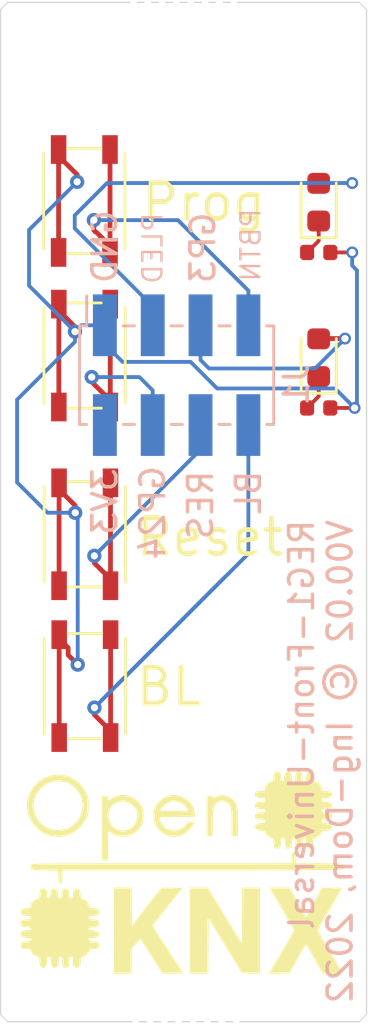
<source format=kicad_pcb>
(kicad_pcb (version 20221018) (generator pcbnew)
  (title_block (title "REG1-Front-Universal") (date "2022-10-21") (rev "V00.01"))
  (layers (0 "F.Cu" signal) (31 "B.Cu" signal) (34 "B.Paste" user) (35 "F.Paste" user) (36 "B.SilkS" user "B.Silkscreen") (37 "F.SilkS" user "F.Silkscreen") (38 "B.Mask" user) (39 "F.Mask" user) (44 "Edge.Cuts" user))
  (net 0 "")
  (net 1 "GND")
  (net 2 "+3V3")
  (net 3 "RUN")
  (net 4 "PROGLED")
  (net 5 "PROGBTN")
  (net 6 "GPIO24")
  (net 7 "GPIO03")
  (net 8 "BOOTSEL_F")
  (net 9 "Net-(D1-Pad1)")
  (net 10 "Net-(D2-Pad1)")
  (footprint "sirsydom:SW_Push_Xunpu_TS-1089S" (layer "F.Cu") (at 101.7 117.7 -90)
    (fp_text reference "SW1")
    (fp_text value "Prog")
    (fp_line (start -2.2 -0.7) (end -2.2 0.7) (stroke (width 0.12)) (layer "F.SilkS"))
    (fp_line (start -2 -1.7) (end 2 -1.7) (stroke (width 0.12)) (layer "F.SilkS"))
    (fp_line (start -2 1.7) (end 2 1.7) (stroke (width 0.12)) (layer "F.SilkS"))
    (fp_line (start 2.2 -0.7) (end 2.2 0.7) (stroke (width 0.12)) (layer "F.SilkS"))
    (pad "1" smd rect (at -2.15 -1.075 270) (size 1.2 0.65) (layers "F.Cu" "F.Paste" "F.Mask") (net 5 "PROGBTN"))
    (pad "1" smd rect (at 2.15 -1.075 270) (size 1.2 0.65) (layers "F.Cu" "F.Paste" "F.Mask") (net 5 "PROGBTN"))
    (pad "2" smd rect (at -2.15 1.075 270) (size 1.2 0.65) (layers "F.Cu" "F.Paste" "F.Mask") (net 1 "GND"))
    (pad "2" smd rect (at 2.15 1.075 270) (size 1.2 0.65) (layers "F.Cu" "F.Paste" "F.Mask") (net 1 "GND"))
  )
  (footprint "LED_SMD:LED_0603_1608Metric" (layer "F.Cu") (at 111.5 124.25 90)
    (fp_text reference "D2")
    (fp_text value "Func")
    (fp_line (start -1.485 -0.735) (end -1.485 0.735) (stroke (width 0.12)) (layer "F.SilkS"))
    (fp_line (start -1.485 0.735) (end 0.8 0.735) (stroke (width 0.12)) (layer "F.SilkS"))
    (fp_line (start 0.8 -0.735) (end -1.485 -0.735) (stroke (width 0.12)) (layer "F.SilkS"))
    (pad "1" smd roundrect (at -0.7875 0 90) (size 0.875 0.95) (layers "F.Cu" "F.Paste" "F.Mask") (net 10 "Net-(D2-Pad1)"))
    (pad "2" smd roundrect (at 0.7875 0 90) (size 0.875 0.95) (layers "F.Cu" "F.Paste" "F.Mask") (net 7 "GPIO03"))
  )
  (footprint "Resistor_SMD:R_0402_1005Metric" (layer "F.Cu") (at 111.5 119.85 180)
    (fp_text reference "R1")
    (fp_text value "R")
    (pad "1" smd roundrect (at -0.485 0 180) (size 0.59 0.64) (layers "F.Cu" "F.Paste" "F.Mask") (net 1 "GND"))
    (pad "2" smd roundrect (at 0.485 0 180) (size 0.59 0.64) (layers "F.Cu" "F.Paste" "F.Mask") (net 9 "Net-(D1-Pad1)"))
  )
  (footprint "Resistor_SMD:R_0402_1005Metric" (layer "F.Cu") (at 111.5 126.35 180)
    (fp_text reference "R2")
    (fp_text value "R")
    (pad "1" smd roundrect (at -0.485 0 180) (size 0.59 0.64) (layers "F.Cu" "F.Paste" "F.Mask") (net 1 "GND"))
    (pad "2" smd roundrect (at 0.485 0 180) (size 0.59 0.64) (layers "F.Cu" "F.Paste" "F.Mask") (net 10 "Net-(D2-Pad1)"))
  )
  (footprint "sirsydom:SW_Push_Xunpu_TS-1089S" (layer "F.Cu") (at 101.71 124.16 -90)
    (fp_text reference "SW2")
    (fp_text value "Func")
    (fp_line (start -2.2 -0.7) (end -2.2 0.7) (stroke (width 0.12)) (layer "F.SilkS"))
    (fp_line (start -2 -1.7) (end 2 -1.7) (stroke (width 0.12)) (layer "F.SilkS"))
    (fp_line (start -2 1.7) (end 2 1.7) (stroke (width 0.12)) (layer "F.SilkS"))
    (fp_line (start 2.2 -0.7) (end 2.2 0.7) (stroke (width 0.12)) (layer "F.SilkS"))
    (pad "1" smd rect (at -2.15 -1.075 270) (size 1.2 0.65) (layers "F.Cu" "F.Paste" "F.Mask") (net 6 "GPIO24"))
    (pad "1" smd rect (at 2.15 -1.075 270) (size 1.2 0.65) (layers "F.Cu" "F.Paste" "F.Mask") (net 6 "GPIO24"))
    (pad "2" smd rect (at -2.15 1.075 270) (size 1.2 0.65) (layers "F.Cu" "F.Paste" "F.Mask") (net 1 "GND"))
    (pad "2" smd rect (at 2.15 1.075 270) (size 1.2 0.65) (layers "F.Cu" "F.Paste" "F.Mask") (net 1 "GND"))
  )
  (footprint "sirsydom:SW_Push_Xunpu_TS-1089S" (layer "F.Cu") (at 101.72 131.63 -90)
    (fp_text reference "SW3")
    (fp_text value "Res")
    (fp_line (start -2.2 -0.7) (end -2.2 0.7) (stroke (width 0.12)) (layer "F.SilkS"))
    (fp_line (start -2 -1.7) (end 2 -1.7) (stroke (width 0.12)) (layer "F.SilkS"))
    (fp_line (start -2 1.7) (end 2 1.7) (stroke (width 0.12)) (layer "F.SilkS"))
    (fp_line (start 2.2 -0.7) (end 2.2 0.7) (stroke (width 0.12)) (layer "F.SilkS"))
    (pad "1" smd rect (at -2.15 -1.075 270) (size 1.2 0.65) (layers "F.Cu" "F.Paste" "F.Mask") (net 3 "RUN"))
    (pad "1" smd rect (at 2.15 -1.075 270) (size 1.2 0.65) (layers "F.Cu" "F.Paste" "F.Mask") (net 3 "RUN"))
    (pad "2" smd rect (at -2.15 1.075 270) (size 1.2 0.65) (layers "F.Cu" "F.Paste" "F.Mask") (net 1 "GND"))
    (pad "2" smd rect (at 2.15 1.075 270) (size 1.2 0.65) (layers "F.Cu" "F.Paste" "F.Mask") (net 1 "GND"))
  )
  (footprint "sirsydom:SW_Push_Xunpu_TS-1089S" (layer "F.Cu") (at 101.725 137.975 -90)
    (fp_text reference "SW4")
    (fp_text value "BL")
    (fp_line (start -2.2 -0.7) (end -2.2 0.7) (stroke (width 0.12)) (layer "F.SilkS"))
    (fp_line (start -2 -1.7) (end 2 -1.7) (stroke (width 0.12)) (layer "F.SilkS"))
    (fp_line (start -2 1.7) (end 2 1.7) (stroke (width 0.12)) (layer "F.SilkS"))
    (fp_line (start 2.2 -0.7) (end 2.2 0.7) (stroke (width 0.12)) (layer "F.SilkS"))
    (pad "1" smd rect (at -2.15 -1.075 270) (size 1.2 0.65) (layers "F.Cu" "F.Paste" "F.Mask") (net 8 "BOOTSEL_F"))
    (pad "1" smd rect (at 2.15 -1.075 270) (size 1.2 0.65) (layers "F.Cu" "F.Paste" "F.Mask") (net 8 "BOOTSEL_F"))
    (pad "2" smd rect (at -2.15 1.075 270) (size 1.2 0.65) (layers "F.Cu" "F.Paste" "F.Mask") (net 1 "GND"))
    (pad "2" smd rect (at 2.15 1.075 270) (size 1.2 0.65) (layers "F.Cu" "F.Paste" "F.Mask") (net 1 "GND"))
  )
  (footprint "LED_SMD:LED_0603_1608Metric" (layer "F.Cu") (at 111.5 117.75 90)
    (fp_text reference "D1")
    (fp_text value "Prog")
    (fp_line (start -1.485 -0.735) (end -1.485 0.735) (stroke (width 0.12)) (layer "F.SilkS"))
    (fp_line (start -1.485 0.735) (end 0.8 0.735) (stroke (width 0.12)) (layer "F.SilkS"))
    (fp_line (start 0.8 -0.735) (end -1.485 -0.735) (stroke (width 0.12)) (layer "F.SilkS"))
    (pad "1" smd roundrect (at -0.7875 0 90) (size 0.875 0.95) (layers "F.Cu" "F.Paste" "F.Mask") (net 9 "Net-(D1-Pad1)"))
    (pad "2" smd roundrect (at 0.7875 0 90) (size 0.875 0.95) (layers "F.Cu" "F.Paste" "F.Mask") (net 4 "PROGLED"))
  )
  (footprint "OpenKNX:OpenKNX_Logo_14x09" (layer "F.Cu") (at 105.8 146.4)
    (fp_text reference "G***" hide)
    (fp_text value "LOGO" hide)
    (fp_poly (pts (xy 1.77839 1.173301) (xy 2.492375 2.346603) (xy 2.500698 1.173301) (xy 2.509022 0) (xy 3.2385 0) (xy 3.2385 3.589765) (xy 2.866609 3.58082) (xy 2.494719 3.571875) (xy 1.095375 1.277711) (xy 1.087046 2.43273) (xy 1.078717 3.58775) (xy 0.3175 3.58775) (xy 0.3175 0) (xy 1.064405 0) (xy 1.77839 1.173301)) (stroke (width 0.01)) (fill solid) (layer "F.SilkS"))
    (fp_poly (pts (xy 1.735464 -3.86646) (xy 1.92589 -3.822647) (xy 2.0822 -3.725377) (xy 2.204987 -3.57424) (xy 2.234472 -3.520149) (xy 2.263618 -3.459306) (xy 2.285027 -3.403584) (xy 2.29989 -3.342042) (xy 2.3094 -3.26374) (xy 2.31475 -3.157737) (xy 2.317131 -3.013093) (xy 2.317736 -2.818865) (xy 2.31775 -2.756017) (xy 2.31775 -2.159) (xy 2.06375 -2.159) (xy 2.063572 -2.690813) (xy 2.061586 -2.929834) (xy 2.054733 -3.114695) (xy 2.041406 -3.254654) (xy 2.019996 -3.358965) (xy 1.988895 -3.436887) (xy 1.946496 -3.497675) (xy 1.918365 -3.526608) (xy 1.819605 -3.582632) (xy 1.692352 -3.607083) (xy 1.561563 -3.599274) (xy 1.452197 -3.558517) (xy 1.427701 -3.540125) (xy 1.374295 -3.485135) (xy 1.334252 -3.421997) (xy 1.305731 -3.341096) (xy 1.286894 -3.232812) (xy 1.2759 -3.087527) (xy 1.270909 -2.895623) (xy 1.27 -2.715645) (xy 1.27 -2.159) (xy 1.016 -2.159) (xy 1.016 -3.84175) (xy 1.143 -3.84175) (xy 1.229742 -3.834568) (xy 1.266504 -3.809795) (xy 1.27 -3.79148) (xy 1.28175 -3.754231) (xy 1.293812 -3.753466) (xy 1.44261 -3.822868) (xy 1.563401 -3.859579) (xy 1.678709 -3.869362) (xy 1.735464 -3.86646)) (stroke (width 0.01)) (fill solid) (layer "F.SilkS"))
    (fp_poly (pts (xy -2.111375 1.60184) (xy -1.985555 1.427982) (xy -1.894002 1.303512) (xy -1.782885 1.155661) (xy -1.658093 0.991942) (xy -1.525518 0.819866) (xy -1.391052 0.646948) (xy -1.260585 0.480699) (xy -1.140009 0.328632) (xy -1.035216 0.198259) (xy -0.952096 0.097094) (xy -0.89654 0.032648) (xy -0.875464 0.012378) (xy -0.831242 0.007704) (xy -0.736606 0.005036) (xy -0.604612 0.004526) (xy -0.448319 0.006331) (xy -0.41582 0.006971) (xy 0.006532 0.015875) (xy -0.603679 0.777875) (xy -0.755917 0.96862) (xy -0.895294 1.144475) (xy -1.016824 1.299054) (xy -1.115526 1.425973) (xy -1.186416 1.518846) (xy -1.224509 1.57129) (xy -1.229501 1.579651) (xy -1.216167 1.614386) (xy -1.171348 1.695761) (xy -1.098842 1.817618) (xy -1.00245 1.973803) (xy -0.88597 2.158159) (xy -0.753202 2.364532) (xy -0.607946 2.586766) (xy -0.606681 2.588686) (xy -0.461086 2.810121) (xy -0.327153 3.014577) (xy -0.208763 3.196072) (xy -0.109797 3.348623) (xy -0.034136 3.466247) (xy 0.014338 3.542961) (xy 0.031745 3.572782) (xy 0.03175 3.572848) (xy 0.001927 3.578291) (xy -0.079834 3.582843) (xy -0.201973 3.586103) (xy -0.352932 3.587669) (xy -0.397528 3.58775) (xy -0.826805 3.58775) (xy -1.046046 3.246437) (xy -1.152919 3.080087) (xy -1.277938 2.885537) (xy -1.404902 2.687997) (xy -1.50899 2.526083) (xy -1.752694 2.147041) (xy -2.124488 2.555875) (xy -2.125869 3.071812) (xy -2.12725 3.58775) (xy -2.8575 3.58775) (xy -2.8575 0) (xy -2.128341 0) (xy -2.111375 1.60184)) (stroke (width 0.01)) (fill solid) (layer "F.SilkS"))
    (fp_poly (pts (xy -2.198621 -3.829856) (xy -2.004309 -3.733122) (xy -1.836463 -3.588729) (xy -1.704548 -3.400379) (xy -1.674901 -3.339274) (xy -1.634775 -3.192296) (xy -1.622609 -3.014265) (xy -1.637582 -2.830731) (xy -1.678873 -2.667244) (xy -1.697942 -2.622442) (xy -1.822479 -2.433399) (xy -1.985456 -2.287936) (xy -2.176608 -2.188893) (xy -2.385668 -2.139109) (xy -2.60237 -2.141423) (xy -2.816448 -2.198673) (xy -2.960007 -2.273445) (xy -3.035168 -2.319542) (xy -3.085811 -2.346558) (xy -3.094945 -2.3495) (xy -3.1001 -2.319376) (xy -3.104601 -2.235505) (xy -3.108179 -2.107638) (xy -3.110567 -1.945526) (xy -3.111497 -1.758922) (xy -3.1115 -1.74625) (xy -3.1115 -1.143) (xy -3.3655 -1.143) (xy -3.3655 -2.965573) (xy -3.096878 -2.965573) (xy -3.057985 -2.790359) (xy -2.9685 -2.633717) (xy -2.834841 -2.506473) (xy -2.663424 -2.419455) (xy -2.642742 -2.412864) (xy -2.51931 -2.387218) (xy -2.400827 -2.393491) (xy -2.308945 -2.41491) (xy -2.14952 -2.489021) (xy -2.022645 -2.606194) (xy -1.932563 -2.753883) (xy -1.883518 -2.919543) (xy -1.879756 -3.090628) (xy -1.92552 -3.254592) (xy -1.989613 -3.358813) (xy -2.133421 -3.496303) (xy -2.295988 -3.580573) (xy -2.467108 -3.613593) (xy -2.636577 -3.597333) (xy -2.79419 -3.533763) (xy -2.929742 -3.424855) (xy -3.033028 -3.272578) (xy -3.078763 -3.148531) (xy -3.096878 -2.965573) (xy -3.3655 -2.965573) (xy -3.3655 -3.84175) (xy -3.2385 -3.84175) (xy -3.157067 -3.837989) (xy -3.120867 -3.817606) (xy -3.111701 -3.766954) (xy -3.1115 -3.7465) (xy -3.099465 -3.674008) (xy -3.06942 -3.651499) (xy -3.030457 -3.685702) (xy -3.030109 -3.686264) (xy -2.991008 -3.71822) (xy -2.913165 -3.763523) (xy -2.845672 -3.797078) (xy -2.62877 -3.865536) (xy -2.40993 -3.875228) (xy -2.198621 -3.829856)) (stroke (width 0.01)) (fill solid) (layer "F.SilkS"))
    (fp_poly (pts (xy -0.109061 -3.841617) (xy 0.080832 -3.763404) (xy 0.247788 -3.646503) (xy 0.382431 -3.496124) (xy 0.475384 -3.317482) (xy 0.517271 -3.115788) (xy 0.517991 -3.102279) (xy 0.523875 -2.968625) (xy -0.218163 -2.960093) (xy -0.9602 -2.951561) (xy -0.939707 -2.849097) (xy -0.893074 -2.73288) (xy -0.807326 -2.611172) (xy -0.700174 -2.506819) (xy -0.644752 -2.468666) (xy -0.551955 -2.429053) (xy -0.437339 -2.398667) (xy -0.405397 -2.393371) (xy -0.251921 -2.398222) (xy -0.093974 -2.445942) (xy 0.0473 -2.52699) (xy 0.150758 -2.631824) (xy 0.161933 -2.649391) (xy 0.211645 -2.72144) (xy 0.264888 -2.753938) (xy 0.349374 -2.762165) (xy 0.366609 -2.76225) (xy 0.504696 -2.76225) (xy 0.468727 -2.659063) (xy 0.407795 -2.549018) (xy 0.306144 -2.429302) (xy 0.181087 -2.316021) (xy 0.049935 -2.225286) (xy -0.045613 -2.180473) (xy -0.250912 -2.13594) (xy -0.4567 -2.136816) (xy -0.606988 -2.171084) (xy -0.830093 -2.279175) (xy -1.002613 -2.425034) (xy -1.123272 -2.606882) (xy -1.190797 -2.822942) (xy -1.205803 -3.007293) (xy -1.181449 -3.20675) (xy -0.922381 -3.20675) (xy -0.350066 -3.20675) (xy -0.167366 -3.208172) (xy -0.008788 -3.212123) (xy 0.115658 -3.218128) (xy 0.19596 -3.225716) (xy 0.22225 -3.233805) (xy 0.198138 -3.299458) (xy 0.135991 -3.38275) (xy 0.051089 -3.466831) (xy -0.041289 -3.534848) (xy -0.060557 -3.545698) (xy -0.236843 -3.605524) (xy -0.418206 -3.609055) (xy -0.591487 -3.560347) (xy -0.743526 -3.463457) (xy -0.861167 -3.322439) (xy -0.876958 -3.294063) (xy -0.922381 -3.20675) (xy -1.181449 -3.20675) (xy -1.176635 -3.246173) (xy -1.092155 -3.455055) (xy -0.954441 -3.630564) (xy -0.765572 -3.769324) (xy -0.722602 -3.79199) (xy -0.520154 -3.861122) (xy -0.312515 -3.875927) (xy -0.109061 -3.841617)) (stroke (width 0.01)) (fill solid) (layer "F.SilkS"))
    (fp_poly (pts (xy -5.021791 -4.714776) (xy -4.786603 -4.663415) (xy -4.563189 -4.56677) (xy -4.358602 -4.42374) (xy -4.179896 -4.233225) (xy -4.040897 -4.008011) (xy -3.987217 -3.896278) (xy -3.952566 -3.809027) (xy -3.932788 -3.726159) (xy -3.923726 -3.627578) (xy -3.921222 -3.493186) (xy -3.921125 -3.429001) (xy -3.922234 -3.275865) (xy -3.928332 -3.166126) (xy -3.943576 -3.079688) (xy -3.972124 -2.996453) (xy -4.018133 -2.896323) (xy -4.040897 -2.84999) (xy -4.192459 -2.611231) (xy -4.385575 -2.415999) (xy -4.61233 -2.268011) (xy -4.864807 -2.170984) (xy -5.135088 -2.128636) (xy -5.415259 -2.144684) (xy -5.504887 -2.162566) (xy -5.752827 -2.251708) (xy -5.975019 -2.39167) (xy -6.165535 -2.573553) (xy -6.318445 -2.788455) (xy -6.427821 -3.027476) (xy -6.487733 -3.281717) (xy -6.49159 -3.504081) (xy -6.222168 -3.504081) (xy -6.212267 -3.270536) (xy -6.158442 -3.068334) (xy -6.048445 -2.858463) (xy -5.891986 -2.678273) (xy -5.700626 -2.537101) (xy -5.485929 -2.444286) (xy -5.350193 -2.415625) (xy -5.177594 -2.408785) (xy -4.995695 -2.426422) (xy -4.83164 -2.464835) (xy -4.751078 -2.497316) (xy -4.54698 -2.633158) (xy -4.381843 -2.808519) (xy -4.260404 -3.0131) (xy -4.187401 -3.236602) (xy -4.167573 -3.468724) (xy -4.202731 -3.689316) (xy -4.29505 -3.910447) (xy -4.431318 -4.106374) (xy -4.601212 -4.26631) (xy -4.794405 -4.37947) (xy -4.897827 -4.415493) (xy -5.145083 -4.453104) (xy -5.380723 -4.434882) (xy -5.598881 -4.367097) (xy -5.793693 -4.256015) (xy -5.959293 -4.107904) (xy -6.089816 -3.929033) (xy -6.179396 -3.725669) (xy -6.222168 -3.504081) (xy -6.49159 -3.504081) (xy -6.492253 -3.542276) (xy -6.4807 -3.627438) (xy -6.405256 -3.898746) (xy -6.285156 -4.133572) (xy -6.127454 -4.330815) (xy -5.939204 -4.489374) (xy -5.727458 -4.60815) (xy -5.499272 -4.686043) (xy -5.261698 -4.721951) (xy -5.021791 -4.714776)) (stroke (width 0.01)) (fill solid) (layer "F.SilkS"))
    (fp_poly (pts (xy 4.683709 -1.502078) (xy 4.703764 -1.475341) (xy 4.715352 -1.415021) (xy 4.722286 -1.308226) (xy 4.724148 -1.262063) (xy 4.733421 -1.016) (xy 5.709985 -1.016) (xy 6.00975 -1.015255) (xy 6.250526 -1.012906) (xy 6.43681 -1.008785) (xy 6.573097 -1.002723) (xy 6.663883 -0.994551) (xy 6.713664 -0.9841) (xy 6.724649 -0.977901) (xy 6.758697 -0.905368) (xy 6.753628 -0.819315) (xy 6.724649 -0.76835) (xy 6.7059 -0.763456) (xy 6.658424 -0.758962) (xy 6.580086 -0.754856) (xy 6.468747 -0.751122) (xy 6.322272 -0.747748) (xy 6.138521 -0.74472) (xy 5.91536 -0.742023) (xy 5.650649 -0.739644) (xy 5.342252 -0.737569) (xy 4.988031 -0.735785) (xy 4.58585 -0.734276) (xy 4.133571 -0.733031) (xy 3.629057 -0.732034) (xy 3.070171 -0.731272) (xy 2.454775 -0.730731) (xy 1.780733 -0.730397) (xy 1.045906 -0.730257) (xy 0.836261 -0.73025) (xy -5.014028 -0.73025) (xy -5.023202 -0.452438) (xy -5.028755 -0.318741) (xy -5.036977 -0.235758) (xy -5.051391 -0.190708) (xy -5.075522 -0.170811) (xy -5.102547 -0.164646) (xy -5.136167 -0.163356) (xy -5.15747 -0.179024) (xy -5.169938 -0.22349) (xy -5.177056 -0.308595) (xy -5.181922 -0.434521) (xy -5.191125 -0.714375) (xy -5.728578 -0.723106) (xy -5.939877 -0.72859) (xy -6.109864 -0.737241) (xy -6.231855 -0.748557) (xy -6.299166 -0.762036) (xy -6.308016 -0.766681) (xy -6.344161 -0.832112) (xy -6.3439 -0.915613) (xy -6.311901 -0.9779) (xy -6.292888 -0.982979) (xy -6.244972 -0.987625) (xy -6.165937 -0.991855) (xy -6.053564 -0.995683) (xy -5.905638 -0.999126) (xy -5.71994 -1.002199) (xy -5.494256 -1.004917) (xy -5.226367 -1.007295) (xy -4.914057 -1.00935) (xy -4.55511 -1.011096) (xy -4.147308 -1.012549) (xy -3.688434 -1.013726) (xy -3.176271 -1.01464) (xy -2.608604 -1.015307) (xy -1.983215 -1.015744) (xy -1.297887 -1.015965) (xy -0.852236 -1.016) (xy 4.569328 -1.016) (xy 4.578601 -1.262063) (xy 4.584851 -1.386478) (xy 4.594532 -1.460286) (xy 4.611459 -1.496381) (xy 4.639444 -1.507654) (xy 4.651375 -1.508125) (xy 4.683709 -1.502078)) (stroke (width 0.01)) (fill solid) (layer "F.SilkS"))
    (fp_poly (pts (xy 4.06892 0.000107) (xy 4.492625 0.000214) (xy 4.829873 0.620964) (xy 5.167122 1.241713) (xy 5.49888 0.628794) (xy 5.830639 0.015875) (xy 6.249069 0.007015) (xy 6.403708 0.005141) (xy 6.532543 0.006245) (xy 6.623872 0.010026) (xy 6.665997 0.016182) (xy 6.6675 0.017817) (xy 6.651994 0.049007) (xy 6.608042 0.12818) (xy 6.539489 0.248645) (xy 6.450179 0.403709) (xy 6.343959 0.586681) (xy 6.224674 0.790869) (xy 6.157294 0.905704) (xy 6.013329 1.151621) (xy 5.899301 1.348951) (xy 5.812278 1.503437) (xy 5.749323 1.620821) (xy 5.707504 1.706846) (xy 5.683886 1.767253) (xy 5.675535 1.807787) (xy 5.679516 1.834189) (xy 5.681149 1.837575) (xy 5.705481 1.880188) (xy 5.757911 1.970086) (xy 5.834132 2.099948) (xy 5.929835 2.262451) (xy 6.040711 2.450272) (xy 6.162453 2.656089) (xy 6.20723 2.731694) (xy 6.329848 2.939063) (xy 6.44131 3.128345) (xy 6.537672 3.292778) (xy 6.61499 3.425602) (xy 6.66932 3.520058) (xy 6.696716 3.569384) (xy 6.69925 3.574959) (xy 6.669445 3.579671) (xy 6.587808 3.583601) (xy 6.466007 3.586395) (xy 6.315708 3.587698) (xy 6.277817 3.58775) (xy 5.856384 3.58775) (xy 5.539629 3.011557) (xy 5.442626 2.835769) (xy 5.35451 2.677341) (xy 5.28037 2.54532) (xy 5.225294 2.448755) (xy 5.194369 2.396692) (xy 5.191111 2.391831) (xy 5.172294 2.391101) (xy 5.138566 2.42564) (xy 5.087045 2.499879) (xy 5.014852 2.618249) (xy 4.919105 2.785182) (xy 4.82173 2.960086) (xy 4.484111 3.571875) (xy 4.047549 3.580736) (xy 3.610986 3.589597) (xy 3.657716 3.517236) (xy 3.712456 3.429808) (xy 3.788057 3.305288) (xy 3.879851 3.15171) (xy 3.983171 2.977107) (xy 4.093348 2.789512) (xy 4.205716 2.596959) (xy 4.315606 2.407482) (xy 4.418351 2.229113) (xy 4.509283 2.069886) (xy 4.583734 1.937835) (xy 4.637038 1.840992) (xy 4.664525 1.787392) (xy 4.66725 1.77975) (xy 4.651721 1.74321) (xy 4.607972 1.65972) (xy 4.540261 1.536896) (xy 4.452842 1.382356) (xy 4.349973 1.203715) (xy 4.24366 1.021759) (xy 4.124752 0.819524) (xy 4.011822 0.627301) (xy 3.91031 0.454363) (xy 3.825661 0.309987) (xy 3.763315 0.203449) (xy 3.732643 0.150812) (xy 3.645216 0) (xy 4.06892 0.000107)) (stroke (width 0.01)) (fill solid) (layer "F.SilkS"))
    (fp_poly (pts (xy 4.949752 -4.839949) (xy 4.995248 -4.781142) (xy 5.014848 -4.673224) (xy 5.0165 -4.613275) (xy 5.018746 -4.515553) (xy 5.030457 -4.465489) (xy 5.059091 -4.447273) (xy 5.095875 -4.445) (xy 5.144594 -4.450809) (xy 5.167848 -4.479507) (xy 5.174895 -4.548001) (xy 5.17525 -4.589963) (xy 5.188857 -4.732882) (xy 5.228735 -4.823067) (xy 5.293464 -4.85749) (xy 5.30077 -4.85775) (xy 5.385594 -4.849282) (xy 5.434337 -4.81526) (xy 5.456339 -4.742763) (xy 5.461 -4.636072) (xy 5.462661 -4.532802) (xy 5.473306 -4.476036) (xy 5.501424 -4.448781) (xy 5.555508 -4.434043) (xy 5.562661 -4.432606) (xy 5.694143 -4.37638) (xy 5.787895 -4.273947) (xy 5.830782 -4.153152) (xy 5.850115 -4.03225) (xy 6.014332 -4.03225) (xy 6.143447 -4.021449) (xy 6.220201 -3.985918) (xy 6.25249 -3.920964) (xy 6.25475 -3.889375) (xy 6.236948 -3.813248) (xy 6.178141 -3.767752) (xy 6.070223 -3.748152) (xy 6.010275 -3.7465) (xy 5.912552 -3.744254) (xy 5.862488 -3.732543) (xy 5.844272 -3.703909) (xy 5.842 -3.667125) (xy 5.847808 -3.618406) (xy 5.876506 -3.595152) (xy 5.945 -3.588105) (xy 5.986962 -3.58775) (xy 6.131581 -3.574) (xy 6.220224 -3.53228) (xy 6.254263 -3.461883) (xy 6.25475 -3.450108) (xy 6.238035 -3.371684) (xy 6.182084 -3.324785) (xy 6.07819 -3.304137) (xy 6.010275 -3.302) (xy 5.912552 -3.299754) (xy 5.862488 -3.288043) (xy 5.844272 -3.259409) (xy 5.842 -3.222625) (xy 5.846762 -3.17653) (xy 5.87159 -3.152915) (xy 5.932294 -3.144322) (xy 6.010275 -3.14325) (xy 6.140537 -3.132847) (xy 6.218386 -3.098479) (xy 6.251924 -3.035411) (xy 6.25475 -3.000376) (xy 6.236948 -2.924248) (xy 6.178141 -2.878752) (xy 6.070223 -2.859152) (xy 6.010275 -2.8575) (xy 5.912427 -2.855108) (xy 5.862291 -2.843225) (xy 5.844125 -2.814795) (xy 5.842 -2.782057) (xy 5.848007 -2.738453) (xy 5.87618 -2.713504) (xy 5.941748 -2.699476) (xy 6.019547 -2.69189) (xy 6.143859 -2.672924) (xy 6.216683 -2.635944) (xy 6.249296 -2.572563) (xy 6.254263 -2.517305) (xy 6.227032 -2.443314) (xy 6.143836 -2.398072) (xy 6.004251 -2.381362) (xy 5.989101 -2.38125) (xy 5.897041 -2.376142) (xy 5.848688 -2.355211) (xy 5.824687 -2.310052) (xy 5.824615 -2.309813) (xy 5.759138 -2.192776) (xy 5.653262 -2.107371) (xy 5.567047 -2.076578) (xy 5.507159 -2.062604) (xy 5.475544 -2.038201) (xy 5.463169 -1.986289) (xy 5.461003 -1.889789) (xy 5.461 -1.876067) (xy 5.450985 -1.740105) (xy 5.418555 -1.657772) (xy 5.360132 -1.622058) (xy 5.329917 -1.61925) (xy 5.247097 -1.646828) (xy 5.19565 -1.729577) (xy 5.175561 -1.867523) (xy 5.17525 -1.891393) (xy 5.173125 -1.990592) (xy 5.161952 -2.041951) (xy 5.13453 -2.061107) (xy 5.095875 -2.06375) (xy 5.051315 -2.059529) (xy 5.027588 -2.036761) (xy 5.01816 -1.980293) (xy 5.0165 -1.8796) (xy 5.00679 -1.742705) (xy 4.975244 -1.659441) (xy 4.918236 -1.622608) (xy 4.885417 -1.61925) (xy 4.802597 -1.646828) (xy 4.75115 -1.729577) (xy 4.731061 -1.867523) (xy 4.73075 -1.891393) (xy 4.728625 -1.990592) (xy 4.717452 -2.041951) (xy 4.69003 -2.061107) (xy 4.651375 -2.06375) (xy 4.607443 -2.059736) (xy 4.583691 -2.03777) (xy 4.573937 -1.982967) (xy 4.572002 -1.880441) (xy 4.572 -1.87257) (xy 4.56947 -1.764385) (xy 4.557557 -1.70153) (xy 4.529778 -1.665902) (xy 4.490159 -1.6441) (xy 4.404807 -1.621298) (xy 4.346075 -1.646886) (xy 4.310114 -1.725244) (xy 4.293073 -1.860747) (xy 4.292672 -1.868614) (xy 4.285631 -1.975917) (xy 4.273364 -2.034417) (xy 4.249298 -2.0588) (xy 4.206865 -2.063749) (xy 4.205359 -2.06375) (xy 4.160267 -2.058832) (xy 4.137078 -2.033592) (xy 4.128577 -1.972306) (xy 4.1275 -1.894046) (xy 4.119296 -1.773318) (xy 4.091813 -1.697804) (xy 4.069437 -1.671796) (xy 3.985378 -1.624093) (xy 3.909166 -1.639251) (xy 3.859425 -1.689815) (xy 3.82851 -1.765945) (xy 3.811328 -1.871032) (xy 3.81 -1.907039) (xy 3.806857 -1.997512) (xy 3.787771 -2.046051) (xy 3.738249 -2.074207) (xy 3.686504 -2.090699) (xy 3.578418 -2.145168) (xy 3.497949 -2.227133) (xy 3.461428 -2.319104) (xy 3.46075 -2.332508) (xy 3.444814 -2.36296) (xy 3.388735 -2.377901) (xy 3.302 -2.38125) (xy 3.178309 -2.397445) (xy 3.080967 -2.440626) (xy 3.02456 -2.502688) (xy 3.01625 -2.54) (xy 3.045425 -2.608939) (xy 3.123444 -2.662941) (xy 3.236044 -2.694144) (xy 3.304208 -2.69875) (xy 3.398814 -2.701181) (xy 3.444909 -2.713189) (xy 3.457433 -2.741853) (xy 3.45502 -2.770188) (xy 3.441986 -2.811293) (xy 3.407162 -2.834473) (xy 3.334689 -2.8464) (xy 3.262585 -2.851139) (xy 3.15028 -2.861929) (xy 3.084359 -2.8834) (xy 3.047896 -2.921301) (xy 3.046016 -2.924706) (xy 3.029651 -2.990474) (xy 3.06044 -3.063067) (xy 3.06235 -3.066005) (xy 3.101391 -3.111614) (xy 3.154774 -3.13487) (xy 3.243117 -3.142796) (xy 3.289065 -3.14325) (xy 3.389261 -3.145263) (xy 3.44043 -3.155444) (xy 3.457015 -3.180013) (xy 3.45502 -3.214688) (xy 3.441986 -3.255793) (xy 3.407162 -3.278973) (xy 3.334689 -3.2909) (xy 3.262585 -3.295639) (xy 3.15028 -3.306429) (xy 3.084359 -3.3279) (xy 3.047896 -3.365801) (xy 3.046016 -3.369206) (xy 3.029651 -3.434974) (xy 3.06044 -3.507567) (xy 3.06235 -3.510505) (xy 3.101765 -3.556387) (xy 3.15579 -3.579623) (xy 3.245237 -3.587371) (xy 3.286856 -3.58775) (xy 3.386606 -3.589831) (xy 3.43845 -3.600811) (xy 3.45796 -3.627798) (xy 3.46075 -3.667125) (xy 3.455894 -3.713403) (xy 3.430743 -3.737077) (xy 3.369418 -3.745754) (xy 3.294062 -3.746987) (xy 3.151869 -3.759233) (xy 3.065925 -3.796792) (xy 3.033132 -3.86239) (xy 3.050389 -3.958756) (xy 3.051148 -3.960813) (xy 3.073366 -4.000963) (xy 3.113193 -4.022525) (xy 3.187591 -4.031056) (xy 3.269226 -4.03225) (xy 3.46075 -4.03225) (xy 3.46075 -4.138739) (xy 3.489786 -4.255174) (xy 3.566194 -4.355982) (xy 3.673918 -4.42245) (xy 3.713792 -4.433696) (xy 3.771805 -4.450005) (xy 3.800093 -4.48099) (xy 3.809263 -4.545585) (xy 3.81 -4.605451) (xy 3.827016 -4.740822) (xy 3.878885 -4.824091) (xy 3.96684 -4.857029) (xy 3.985775 -4.85775) (xy 4.061567 -4.832691) (xy 4.108146 -4.755702) (xy 4.126946 -4.624073) (xy 4.1275 -4.589963) (xy 4.131531 -4.499883) (xy 4.148323 -4.456957) (xy 4.184922 -4.4451) (xy 4.191 -4.445) (xy 4.229301 -4.453485) (xy 4.248272 -4.489395) (xy 4.254275 -4.568413) (xy 4.2545 -4.601483) (xy 4.270827 -4.738005) (xy 4.320948 -4.82222) (xy 4.406571 -4.85662) (xy 4.430275 -4.85775) (xy 4.506067 -4.832691) (xy 4.552646 -4.755702) (xy 4.571446 -4.624073) (xy 4.572 -4.589963) (xy 4.57518 -4.500986) (xy 4.590894 -4.458517) (xy 4.628398 -4.445648) (xy 4.651375 -4.445) (xy 4.69747 -4.449763) (xy 4.721085 -4.474591) (xy 4.729678 -4.535295) (xy 4.73075 -4.613275) (xy 4.741153 -4.743538) (xy 4.775521 -4.821387) (xy 4.838589 -4.854925) (xy 4.873625 -4.857751) (xy 4.949752 -4.839949)) (stroke (width 0.01)) (fill solid) (layer "F.SilkS"))
    (fp_poly (pts (xy -4.344835 0.040245) (xy -4.300686 0.073895) (xy -4.273887 0.144944) (xy -4.256763 0.265638) (xy -4.254835 0.28575) (xy -4.24286 0.386413) (xy -4.224926 0.440089) (xy -4.191914 0.463211) (xy -4.152453 0.470311) (xy -4.061373 0.508393) (xy -3.978171 0.587927) (xy -3.920711 0.687659) (xy -3.90525 0.764436) (xy -3.901967 0.818062) (xy -3.881552 0.845629) (xy -3.828159 0.855802) (xy -3.735546 0.85725) (xy -3.592178 0.874173) (xy -3.501564 0.92545) (xy -3.462574 1.011835) (xy -3.46075 1.041195) (xy -3.486666 1.111636) (xy -3.565999 1.155524) (xy -3.701128 1.173978) (xy -3.744413 1.17475) (xy -3.839406 1.177246) (xy -3.887084 1.190046) (xy -3.90359 1.221116) (xy -3.90525 1.254125) (xy -3.900638 1.299808) (xy -3.876376 1.32346) (xy -3.816832 1.332282) (xy -3.732893 1.3335) (xy -3.588353 1.34874) (xy -3.498399 1.394949) (xy -3.461783 1.472855) (xy -3.46075 1.49225) (xy -3.486878 1.576565) (xy -3.566092 1.629038) (xy -3.699645 1.650397) (xy -3.732893 1.651) (xy -3.833009 1.653829) (xy -3.884864 1.666033) (xy -3.903587 1.693185) (xy -3.90525 1.7145) (xy -3.895222 1.755128) (xy -3.854205 1.773863) (xy -3.770313 1.778468) (xy -3.627615 1.795229) (xy -3.524635 1.841262) (xy -3.470754 1.911848) (xy -3.466251 1.931354) (xy -3.471261 2.013212) (xy -3.518948 2.064839) (xy -3.615979 2.090571) (xy -3.718638 2.0955) (xy -3.822872 2.097263) (xy -3.87868 2.106825) (xy -3.90112 2.13059) (xy -3.90525 2.174875) (xy -3.900638 2.220558) (xy -3.876376 2.24421) (xy -3.816832 2.253032) (xy -3.732893 2.25425) (xy -3.588353 2.26949) (xy -3.498399 2.315699) (xy -3.461783 2.393605) (xy -3.46075 2.413) (xy -3.486878 2.497315) (xy -3.566092 2.549788) (xy -3.699645 2.571147) (xy -3.732893 2.57175) (xy -3.832768 2.574443) (xy -3.884501 2.586416) (xy -3.90336 2.61351) (xy -3.90525 2.637692) (xy -3.931495 2.713746) (xy -3.996734 2.793641) (xy -4.080729 2.858337) (xy -4.16324 2.888797) (xy -4.172683 2.88925) (xy -4.218075 2.893008) (xy -4.242541 2.914254) (xy -4.252533 2.967947) (xy -4.254497 3.069043) (xy -4.2545 3.079018) (xy -4.257712 3.189086) (xy -4.271647 3.255452) (xy -4.302759 3.29777) (xy -4.333875 3.320794) (xy -4.396017 3.354388) (xy -4.444877 3.348954) (xy -4.492625 3.320794) (xy -4.537784 3.283528) (xy -4.561724 3.234525) (xy -4.570898 3.154132) (xy -4.572 3.079018) (xy -4.573696 2.973692) (xy -4.58295 2.916915) (xy -4.606009 2.893748) (xy -4.649121 2.889252) (xy -4.651375 2.88925) (xy -4.69399 2.892852) (xy -4.717756 2.913208) (xy -4.728162 2.964642) (xy -4.730702 3.061476) (xy -4.73075 3.096305) (xy -4.733034 3.209989) (xy -4.743399 3.277113) (xy -4.767113 3.314558) (xy -4.806109 3.337697) (xy -4.892737 3.355107) (xy -4.948984 3.335899) (xy -4.986343 3.307228) (xy -5.006863 3.26062) (xy -5.015278 3.179157) (xy -5.0165 3.094507) (xy -5.01791 2.98394) (xy -5.025848 2.922482) (xy -5.045876 2.895748) (xy -5.083556 2.889355) (xy -5.095875 2.88925) (xy -5.141335 2.893782) (xy -5.165006 2.917741) (xy -5.17395 2.976663) (xy -5.17525 3.063875) (xy -5.182567 3.184114) (xy -5.208108 3.262359) (xy -5.23875 3.302) (xy -5.322961 3.359996) (xy -5.394903 3.358948) (xy -5.450074 3.302836) (xy -5.483972 3.195639) (xy -5.49275 3.077482) (xy -5.494479 2.972686) (xy -5.503881 2.91638) (xy -5.527279 2.893567) (xy -5.570998 2.88925) (xy -5.572125 2.88925) (xy -5.617585 2.893782) (xy -5.641256 2.917741) (xy -5.6502 2.976663) (xy -5.6515 3.063875) (xy -5.666908 3.199058) (xy -5.708249 3.297941) (xy -5.768196 3.353789) (xy -5.839427 3.35987) (xy -5.914614 3.30945) (xy -5.916455 3.307437) (xy -5.953937 3.229186) (xy -5.968654 3.099007) (xy -5.969 3.069312) (xy -5.971679 2.966324) (xy -5.983104 2.911961) (xy -6.008363 2.891452) (xy -6.031007 2.88925) (xy -6.156585 2.859418) (xy -6.258932 2.775686) (xy -6.308425 2.693681) (xy -6.343851 2.621782) (xy -6.381827 2.585737) (xy -6.444247 2.573184) (xy -6.524386 2.57175) (xy -6.6502 2.561726) (xy -6.724908 2.527136) (xy -6.758363 2.461203) (xy -6.76275 2.407767) (xy -6.742133 2.327712) (xy -6.676352 2.278318) (xy -6.55952 2.256211) (xy -6.494963 2.25425) (xy -6.405986 2.251069) (xy -6.363517 2.235355) (xy -6.350648 2.197851) (xy -6.35 2.174875) (xy -6.355262 2.127477) (xy -6.381952 2.104014) (xy -6.446433 2.09617) (xy -6.506154 2.0955) (xy -6.634506 2.090916) (xy -6.711898 2.072517) (xy -6.750499 2.033326) (xy -6.762478 1.96637) (xy -6.76275 1.948442) (xy -6.744464 1.863144) (xy -6.684879 1.809288) (xy -6.576909 1.782677) (xy -6.474934 1.778) (xy -6.392674 1.772485) (xy -6.356689 1.750284) (xy -6.35 1.7145) (xy -6.357871 1.677268) (xy -6.39166 1.658189) (xy -6.466635 1.651501) (xy -6.518275 1.651) (xy -6.646407 1.641336) (xy -6.723069 1.608171) (xy -6.757907 1.54524) (xy -6.76275 1.49225) (xy -6.747869 1.409047) (xy -6.696795 1.359267) (xy -6.599881 1.336645) (xy -6.518275 1.3335) (xy -6.420553 1.331253) (xy -6.370489 1.319542) (xy -6.352273 1.290908) (xy -6.35 1.254125) (xy -6.354763 1.208029) (xy -6.379591 1.184414) (xy -6.440295 1.175821) (xy -6.518275 1.17475) (xy -6.645883 1.165275) (xy -6.722232 1.132379) (xy -6.757323 1.069352) (xy -6.76275 1.010767) (xy -6.742133 0.930712) (xy -6.676352 0.881318) (xy -6.55952 0.859211) (xy -6.494963 0.85725) (xy -6.405596 0.853701) (xy -6.362926 0.83759) (xy -6.350301 0.800715) (xy -6.349882 0.785812) (xy -6.320515 0.665778) (xy -6.242919 0.56043) (xy -6.132247 0.488329) (xy -6.097449 0.476639) (xy -5.969 0.442052) (xy -5.969 0.275001) (xy -5.95942 0.14775) (xy -5.926194 0.071729) (xy -5.862599 0.036962) (xy -5.805018 0.03175) (xy -5.724963 0.052367) (xy -5.675569 0.118148) (xy -5.653462 0.23498) (xy -5.6515 0.299537) (xy -5.647148 0.390214) (xy -5.629817 0.433332) (xy -5.593097 0.444495) (xy -5.591932 0.4445) (xy -5.55633 0.433913) (xy -5.534746 0.392718) (xy -5.521258 0.306762) (xy -5.51764 0.266952) (xy -5.498429 0.142123) (xy -5.461119 0.069008) (xy -5.397802 0.036644) (xy -5.348288 0.032236) (xy -5.272931 0.049917) (xy -5.227838 0.109501) (xy -5.208518 0.218742) (xy -5.207 0.276225) (xy -5.204754 0.373947) (xy -5.193043 0.424011) (xy -5.164409 0.442227) (xy -5.127625 0.4445) (xy -5.078906 0.438691) (xy -5.055652 0.409993) (xy -5.048605 0.341499) (xy -5.04825 0.299537) (xy -5.036431 0.159893) (xy -4.99872 0.073734) (xy -4.931743 0.035171) (xy -4.894733 0.03175) (xy -4.80914 0.045875) (xy -4.757929 0.094918) (xy -4.734391 0.188882) (xy -4.73075 0.276225) (xy -4.728504 0.373947) (xy -4.716793 0.424011) (xy -4.688159 0.442227) (xy -4.651375 0.4445) (xy -4.602656 0.438691) (xy -4.579402 0.409993) (xy -4.572355 0.341499) (xy -4.572001 0.299537) (xy -4.560614 0.160923) (xy -4.523812 0.075354) (xy -4.457627 0.036108) (xy -4.414007 0.03175) (xy -4.344835 0.040245)) (stroke (width 0.01)) (fill solid) (layer "F.SilkS"))
  )
  (footprint "sirsydom:mouse-bite-5.00mm-frame" (layer "F.Cu") (at 105.35 109.55)
    (fp_text reference "mouse-bite" hide)
    (fp_text value "VAL**" hide)
    (pad "" np_thru_hole circle locked (at -1.6 0) (size 0.4 0.4) (drill 0.4) (layers "*.Cu" "*.Mask"))
    (pad "" np_thru_hole circle locked (at -1 0) (size 0.4 0.4) (drill 0.4) (layers "*.Cu" "*.Mask"))
    (pad "" np_thru_hole circle locked (at -0.4 0) (size 0.4 0.4) (drill 0.4) (layers "*.Cu" "*.Mask"))
    (pad "" np_thru_hole circle locked (at 0.2 0) (size 0.4 0.4) (drill 0.4) (layers "*.Cu" "*.Mask"))
    (pad "" np_thru_hole circle locked (at 0.8 0) (size 0.4 0.4) (drill 0.4) (layers "*.Cu" "*.Mask"))
    (pad "" np_thru_hole circle locked (at 1.4 0) (size 0.4 0.4) (drill 0.4) (layers "*.Cu" "*.Mask"))
    (pad "" np_thru_hole circle locked (at 2 0) (size 0.4 0.4) (drill 0.4) (layers "*.Cu" "*.Mask"))
    (pad "" np_thru_hole circle locked (at 2.6 0) (size 0.4 0.4) (drill 0.4) (layers "*.Cu" "*.Mask"))
  )
  (footprint "sirsydom:mouse-bite-5.00mm-frame" (layer "F.Cu") (at 106.45 151.85 180)
    (fp_text reference "mouse-bite" hide)
    (fp_text value "VAL**" hide)
    (pad "" np_thru_hole circle locked (at -1.6 0 180) (size 0.4 0.4) (drill 0.4) (layers "*.Cu" "*.Mask"))
    (pad "" np_thru_hole circle locked (at -1 0 180) (size 0.4 0.4) (drill 0.4) (layers "*.Cu" "*.Mask"))
    (pad "" np_thru_hole circle locked (at -0.4 0 180) (size 0.4 0.4) (drill 0.4) (layers "*.Cu" "*.Mask"))
    (pad "" np_thru_hole circle locked (at 0.2 0 180) (size 0.4 0.4) (drill 0.4) (layers "*.Cu" "*.Mask"))
    (pad "" np_thru_hole circle locked (at 0.8 0 180) (size 0.4 0.4) (drill 0.4) (layers "*.Cu" "*.Mask"))
    (pad "" np_thru_hole circle locked (at 1.4 0 180) (size 0.4 0.4) (drill 0.4) (layers "*.Cu" "*.Mask"))
    (pad "" np_thru_hole circle locked (at 2 0 180) (size 0.4 0.4) (drill 0.4) (layers "*.Cu" "*.Mask"))
    (pad "" np_thru_hole circle locked (at 2.6 0 180) (size 0.4 0.4) (drill 0.4) (layers "*.Cu" "*.Mask"))
  )
  (footprint "Connector_PinHeader_2.00mm:PinHeader_2x04_P2.00mm_Vertical_SMD" (layer "B.Cu") (at 105.56 124.98 -90)
    (fp_text reference "J1" (at 0.4 -5 90) (layer "B.SilkS") (effects (justify mirror)))
    (fp_text value "Conn_02x04_Odd_Even")
    (fp_line (start -3.315 3.76) (end -2.06 3.76) (stroke (width 0.12)) (layer "B.SilkS"))
    (fp_line (start -2.06 -4.06) (end 2.06 -4.06) (stroke (width 0.12)) (layer "B.SilkS"))
    (fp_line (start -2.06 -3.76) (end -2.06 -4.06) (stroke (width 0.12)) (layer "B.SilkS"))
    (fp_line (start -2.06 -1.76) (end -2.06 -2.24) (stroke (width 0.12)) (layer "B.SilkS"))
    (fp_line (start -2.06 0.24) (end -2.06 -0.24) (stroke (width 0.12)) (layer "B.SilkS"))
    (fp_line (start -2.06 2.24) (end -2.06 1.76) (stroke (width 0.12)) (layer "B.SilkS"))
    (fp_line (start -2.06 4.06) (end -2.06 3.76) (stroke (width 0.12)) (layer "B.SilkS"))
    (fp_line (start -2.06 4.06) (end 2.06 4.06) (stroke (width 0.12)) (layer "B.SilkS"))
    (fp_line (start 2.06 -3.76) (end 2.06 -4.06) (stroke (width 0.12)) (layer "B.SilkS"))
    (fp_line (start 2.06 -1.76) (end 2.06 -2.24) (stroke (width 0.12)) (layer "B.SilkS"))
    (fp_line (start 2.06 0.24) (end 2.06 -0.24) (stroke (width 0.12)) (layer "B.SilkS"))
    (fp_line (start 2.06 2.24) (end 2.06 1.76) (stroke (width 0.12)) (layer "B.SilkS"))
    (fp_line (start 2.06 4.06) (end 2.06 3.76) (stroke (width 0.12)) (layer "B.SilkS"))
    (pad "1" smd rect (at -2.085 3 270) (size 2.58 1) (layers "B.Cu" "B.Paste" "B.Mask") (net 1 "GND"))
    (pad "2" smd rect (at 2.085 3 270) (size 2.58 1) (layers "B.Cu" "B.Paste" "B.Mask") (net 2 "+3V3"))
    (pad "3" smd rect (at -2.085 1 270) (size 2.58 1) (layers "B.Cu" "B.Paste" "B.Mask") (net 4 "PROGLED"))
    (pad "4" smd rect (at 2.085 1 270) (size 2.58 1) (layers "B.Cu" "B.Paste" "B.Mask") (net 6 "GPIO24"))
    (pad "5" smd rect (at -2.085 -1 270) (size 2.58 1) (layers "B.Cu" "B.Paste" "B.Mask") (net 7 "GPIO03"))
    (pad "6" smd rect (at 2.085 -1 270) (size 2.58 1) (layers "B.Cu" "B.Paste" "B.Mask") (net 3 "RUN"))
    (pad "7" smd rect (at -2.085 -3 270) (size 2.58 1) (layers "B.Cu" "B.Paste" "B.Mask") (net 5 "PROGBTN"))
    (pad "8" smd rect (at 2.085 -3 270) (size 2.58 1) (layers "B.Cu" "B.Paste" "B.Mask") (net 8 "BOOTSEL_F"))
  )
  (gr_line (start 98.2 151.7) (end 98.2 109.7) (stroke (width 0.05)) (layer "Edge.Cuts"))
  (gr_line (start 113.2 152) (end 103.55 152) (stroke (width 0.05)) (layer "Edge.Cuts"))
  (gr_line (start 103.55 152) (end 98.5 152) (stroke (width 0.05)) (layer "Edge.Cuts"))
  (gr_line (start 98.5 109.4) (end 98.2 109.7) (stroke (width 0.05)) (layer "Edge.Cuts"))
  (gr_line (start 113.5 151.7) (end 113.2 152) (stroke (width 0.05)) (layer "Edge.Cuts"))
  (gr_line (start 98.2 151.7) (end 98.5 152) (stroke (width 0.05)) (layer "Edge.Cuts"))
  (gr_line (start 113.2 109.4) (end 113.5 109.7) (stroke (width 0.05)) (layer "Edge.Cuts"))
  (gr_line (start 113.5 109.7) (end 113.5 151.7) (stroke (width 0.05)) (layer "Edge.Cuts"))
  (gr_line (start 98.5 109.4) (end 113.2 109.4) (stroke (width 0.05)) (layer "Edge.Cuts"))
  (gr_text "PLED" (at 104.56 121.23 90) (layer "B.SilkS") (effects (font (size 0.8 0.8) (thickness 0.1)) (justify right mirror)))
  (gr_text "GP3" (at 106.66 121.23 90) (layer "B.SilkS") (effects (font (size 1 1)) (justify right mirror)))
  (gr_text "BL" (at 108.56 128.88 90) (layer "B.SilkS") (effects (font (size 1 1)) (justify left mirror)))
  (gr_text "RES" (at 106.56 128.88 90) (layer "B.SilkS") (effects (font (size 1 1)) (justify left mirror)))
  (gr_text "GP24" (at 104.56 128.68 90) (layer "B.SilkS") (effects (font (size 1 1)) (justify left mirror)))
  (gr_text "3V3" (at 102.56 128.78 90) (layer "B.SilkS") (effects (font (size 1 1)) (justify left mirror)))
  (gr_text "PBTN" (at 108.66 121.13 90) (layer "B.SilkS") (effects (font (size 0.8 0.8) (thickness 0.1)) (justify right mirror)))
  (gr_text "GND" (at 102.56 121.23 90) (layer "B.SilkS") (effects (font (size 1 1)) (justify right mirror)))
  (gr_text "REG1-Front-Universal\nV00.02 © Ing-Dom, 2022" (at 111.59 130.94 90) (layer "B.SilkS") (effects (font (size 1 1)) (justify left mirror)))
  (gr_text "BL" (at 103.75 138) (layer "F.SilkS") (effects (font (size 1.5 1.5) (thickness 0.2)) (justify left)))
  (gr_text "Prog" (at 104 117.75) (layer "F.SilkS") (effects (font (size 1.5 1.5) (thickness 0.2)) (justify left)))
  (gr_text "Reset" (at 103.75 131.75) (layer "F.SilkS") (effects (font (size 1.5 1.5) (thickness 0.2)) (justify left)))
  (segment (start 100.625 118.425) (end 100.625 115.55) (width 0.2) (layer "F.Cu") (net 1))
  (segment (start 101.025 136.375) (end 101.025 136.675) (width 0.2) (layer "F.Cu") (net 1))
  (segment (start 112.9 119.85) (end 111.985 119.85) (width 0.16) (layer "F.Cu") (net 1))
  (segment (start 100.625 115.55) (end 100.625 115.825) (width 0.2) (layer "F.Cu") (net 1))
  (segment (start 100.635 126.31) (end 100.635 122.01) (width 0.2) (layer "F.Cu") (net 1))
  (segment (start 100.635 122.01) (end 100.635 122.285) (width 0.2) (layer "F.Cu") (net 1))
  (segment (start 100.65 135.825) (end 100.65 136) (width 0.2) (layer "F.Cu") (net 1))
  (segment (start 101.31 122.96) (end 101.31 123.16) (width 0.2) (layer "F.Cu") (net 1))
  (segment (start 100.625 115.825) (end 101.4 116.6) (width 0.2) (layer "F.Cu") (net 1))
  (segment (start 100.65 136) (end 101.025 136.375) (width 0.2) (layer "F.Cu") (net 1))
  (segment (start 100.645 133.78) (end 100.645 129.48) (width 0.2) (layer "F.Cu") (net 1))
  (segment (start 101.32 130.43) (end 101.32 130.73) (width 0.2) (layer "F.Cu") (net 1))
  (segment (start 100.625 119.05) (end 100.625 118.425) (width 0.2) (layer "F.Cu") (net 1))
  (segment (start 100.65 140.125) (end 100.65 135.825) (width 0.2) (layer "F.Cu") (net 1))
  (segment (start 100.65 135.825) (end 100.65 136.1) (width 0.2) (layer "F.Cu") (net 1))
  (segment (start 100.625 119.85) (end 100.625 119.05) (width 0.2) (layer "F.Cu") (net 1))
  (segment (start 100.645 129.755) (end 101.32 130.43) (width 0.2) (layer "F.Cu") (net 1))
  (segment (start 101.025 136.675) (end 101.425 137.075) (width 0.2) (layer "F.Cu") (net 1))
  (segment (start 100.635 122.285) (end 101.31 122.96) (width 0.2) (layer "F.Cu") (net 1))
  (segment (start 100.645 129.48) (end 100.645 129.755) (width 0.2) (layer "F.Cu") (net 1))
  (segment (start 101.4 116.6) (end 101.4 116.9) (width 0.2) (layer "F.Cu") (net 1))
  (segment (start 111.985 126.35) (end 113 126.35) (width 0.16) (layer "F.Cu") (net 1))
  (via (at 112.9 119.85) (size 0.5) (drill 0.3) (layers "F.Cu" "B.Cu") (net 1))
  (via (at 101.31 123.16) (size 0.6) (drill 0.3) (layers "F.Cu" "B.Cu") (net 1))
  (via (at 113 126.35) (size 0.5) (drill 0.3) (layers "F.Cu" "B.Cu") (net 1))
  (via (at 101.425 137.075) (size 0.6) (drill 0.3) (layers "F.Cu" "B.Cu") (net 1))
  (via (at 101.4 116.9) (size 0.6) (drill 0.3) (layers "F.Cu" "B.Cu") (net 1))
  (via (at 101.32 130.73) (size 0.6) (drill 0.3) (layers "F.Cu" "B.Cu") (net 1))
  (segment (start 112.950001 126.399999) (end 113 126.35) (width 0.16) (layer "B.Cu") (net 1))
  (segment (start 102.56 123.685) (end 103.300001 124.425001) (width 0.16) (layer "B.Cu") (net 1))
  (segment (start 100.16 130.73) (end 101.32 130.73) (width 0.16) (layer "B.Cu") (net 1))
  (segment (start 99.39 121.24) (end 101.31 123.16) (width 0.16) (layer "B.Cu") (net 1))
  (segment (start 101.31 123.584264) (end 98.89 126.004264) (width 0.16) (layer "B.Cu") (net 1))
  (segment (start 107.254998 125.534999) (end 112.184999 125.534999) (width 0.16) (layer "B.Cu") (net 1))
  (segment (start 113.1 126.25) (end 113 126.35) (width 0.16) (layer "B.Cu") (net 1))
  (segment (start 98.89 129.46) (end 100.16 130.73) (width 0.16) (layer "B.Cu") (net 1))
  (segment (start 112.9 119.85) (end 112.9 120.4) (width 0.16) (layer "B.Cu") (net 1))
  (segment (start 113.1 120.6) (end 113.1 126.25) (width 0.16) (layer "B.Cu") (net 1))
  (segment (start 102.56 122.895) (end 101.575 122.895) (width 0.16) (layer "B.Cu") (net 1))
  (segment (start 112.750001 126.100001) (end 113 126.35) (width 0.16) (layer "B.Cu") (net 1))
  (segment (start 101.4 116.9) (end 99.39 118.91) (width 0.16) (layer "B.Cu") (net 1))
  (segment (start 101.575 122.895) (end 101.31 123.16) (width 0.16) (layer "B.Cu") (net 1))
  (segment (start 98.89 126.004264) (end 98.89 129.46) (width 0.16) (layer "B.Cu") (net 1))
  (segment (start 101.425 137.075) (end 101.425 130.835) (width 0.16) (layer "B.Cu") (net 1))
  (segment (start 99.39 118.91) (end 99.39 121.24) (width 0.16) (layer "B.Cu") (net 1))
  (segment (start 112.9 120.4) (end 113.1 120.6) (width 0.16) (layer "B.Cu") (net 1))
  (segment (start 101.425 130.835) (end 101.32 130.73) (width 0.16) (layer "B.Cu") (net 1))
  (segment (start 106.145 124.425001) (end 107.254998 125.534999) (width 0.16) (layer "B.Cu") (net 1))
  (segment (start 112.184999 125.534999) (end 112.750001 126.100001) (width 0.16) (layer "B.Cu") (net 1))
  (segment (start 101.31 123.16) (end 101.31 123.584264) (width 0.16) (layer "B.Cu") (net 1))
  (segment (start 103.300001 124.425001) (end 106.145 124.425001) (width 0.16) (layer "B.Cu") (net 1))
  (segment (start 102.56 122.895) (end 102.56 123.685) (width 0.16) (layer "B.Cu") (net 1))
  (segment (start 102.795 133.78) (end 102.795 133.505) (width 0.2) (layer "F.Cu") (net 3))
  (segment (start 102.12 132.83) (end 102.12 132.53) (width 0.2) (layer "F.Cu") (net 3))
  (segment (start 102.795 133.505) (end 102.12 132.83) (width 0.2) (layer "F.Cu") (net 3))
  (segment (start 102.795 129.48) (end 102.795 133.78) (width 0.2) (layer "F.Cu") (net 3))
  (via (at 102.12 132.53) (size 0.6) (drill 0.3) (layers "F.Cu" "B.Cu") (net 3))
  (segment (start 106.56 127.065) (end 106.56 128.09) (width 0.16) (layer "B.Cu") (net 3))
  (segment (start 102.419999 132.230001) (end 102.12 132.53) (width 0.16) (layer "B.Cu") (net 3))
  (segment (start 106.56 128.09) (end 102.419999 132.230001) (width 0.16) (layer "B.Cu") (net 3))
  (segment (start 102.12 132.53) (end 105.58 129.07) (width 0.16) (layer "B.Cu") (net 3))
  (segment (start 111.5125 116.95) (end 111.5 116.9625) (width 0.16) (layer "F.Cu") (net 4))
  (segment (start 112.9 116.95) (end 111.5125 116.95) (width 0.16) (layer "F.Cu") (net 4))
  (via (at 112.9 116.95) (size 0.5) (drill 0.3) (layers "F.Cu" "B.Cu") (net 4))
  (segment (start 104.56 122.895) (end 104.56 122.105) (width 0.16) (layer "B.Cu") (net 4))
  (segment (start 104.56 122.105) (end 101.3 118.845) (width 0.16) (layer "B.Cu") (net 4))
  (segment (start 101.3 118.3) (end 102.65 116.95) (width 0.16) (layer "B.Cu") (net 4))
  (segment (start 102.65 116.95) (end 112.9 116.95) (width 0.16) (layer "B.Cu") (net 4))
  (segment (start 101.3 118.845) (end 101.3 118.3) (width 0.16) (layer "B.Cu") (net 4))
  (segment (start 102.2 119) (end 102.175736 119) (width 0.2) (layer "F.Cu") (net 5))
  (segment (start 102.775 119.85) (end 102.775 119.575) (width 0.2) (layer "F.Cu") (net 5))
  (segment (start 102.775 119.575) (end 102.2 119) (width 0.2) (layer "F.Cu") (net 5))
  (segment (start 102.1 118.924264) (end 102.1 118.5) (width 0.2) (layer "F.Cu") (net 5))
  (segment (start 102.175736 119) (end 102.1 118.924264) (width 0.2) (layer "F.Cu") (net 5))
  (segment (start 102.775 115.55) (end 102.775 119.85) (width 0.2) (layer "F.Cu") (net 5))
  (via (at 102.1 118.5) (size 0.6) (drill 0.3) (layers "F.Cu" "B.Cu") (net 5))
  (segment (start 105.615 118.5) (end 103.8 118.5) (width 0.16) (layer "B.Cu") (net 5))
  (segment (start 108.56 121.445) (end 105.615 118.5) (width 0.16) (layer "B.Cu") (net 5))
  (segment (start 103.8 118.5) (end 102.524264 118.5) (width 0.16) (layer "B.Cu") (net 5))
  (segment (start 108.56 122.895) (end 108.56 121.445) (width 0.16) (layer "B.Cu") (net 5))
  (segment (start 102.524264 118.5) (end 102.1 118.5) (width 0.16) (layer "B.Cu") (net 5))
  (segment (start 102.785 122.81) (end 102.785 126.31) (width 0.2) (layer "F.Cu") (net 6))
  (segment (start 102.785 126.31) (end 102.785 126.035) (width 0.2) (layer "F.Cu") (net 6))
  (segment (start 102.785 126.035) (end 102.01 125.26) (width 0.2) (layer "F.Cu") (net 6))
  (segment (start 102.785 122.01) (end 102.785 122.81) (width 0.2) (layer "F.Cu") (net 6))
  (segment (start 102.01 125.26) (end 102.01 125.06) (width 0.2) (layer "F.Cu") (net 6))
  (via (at 102.01 125.06) (size 0.6) (drill 0.3) (layers "F.Cu" "B.Cu") (net 6))
  (segment (start 102.434264 125.06) (end 102.01 125.06) (width 0.16) (layer "B.Cu") (net 6))
  (segment (start 104.005 125.06) (end 102.434264 125.06) (width 0.16) (layer "B.Cu") (net 6))
  (segment (start 104.56 127.065) (end 104.56 125.615) (width 0.16) (layer "B.Cu") (net 6))
  (segment (start 104.56 125.615) (end 104.005 125.06) (width 0.16) (layer "B.Cu") (net 6))
  (segment (start 112.6 123.45) (end 111.5125 123.45) (width 0.2) (layer "F.Cu") (net 7))
  (segment (start 111.5125 123.45) (end 111.5 123.4625) (width 0.2) (layer "F.Cu") (net 7))
  (segment (start 112.6 123.45) (end 112.6 123.45) (width 0.2) (layer "F.Cu") (net 7))
  (via (at 112.6 123.45) (size 0.5) (drill 0.3) (layers "F.Cu" "B.Cu") (net 7))
  (segment (start 106.915 124.7) (end 111.35 124.7) (width 0.16) (layer "B.Cu") (net 7))
  (segment (start 106.56 124.345) (end 106.915 124.7) (width 0.16) (layer "B.Cu") (net 7))
  (segment (start 111.35 124.7) (end 112.6 123.45) (width 0.16) (layer "B.Cu") (net 7))
  (segment (start 106.56 122.895) (end 106.56 124.345) (width 0.16) (layer "B.Cu") (net 7))
  (segment (start 102.8 135.825) (end 102.8 140.125) (width 0.2) (layer "F.Cu") (net 8))
  (segment (start 102.8 139.85) (end 102.125 139.175) (width 0.2) (layer "F.Cu") (net 8))
  (segment (start 102.8 140.125) (end 102.8 139.85) (width 0.2) (layer "F.Cu") (net 8))
  (segment (start 102.125 139.175) (end 102.125 138.875) (width 0.2) (layer "F.Cu") (net 8))
  (via (at 102.125 138.875) (size 0.6) (drill 0.3) (layers "F.Cu" "B.Cu") (net 8))
  (segment (start 102.424999 138.565001) (end 107.57 133.42) (width 0.16) (layer "B.Cu") (net 8))
  (segment (start 108.56 127.065) (end 108.56 132.44) (width 0.16) (layer "B.Cu") (net 8))
  (segment (start 108.56 132.44) (end 102.125 138.875) (width 0.16) (layer "B.Cu") (net 8))
  (segment (start 102.125 138.875) (end 102.424999 138.575001) (width 0.16) (layer "B.Cu") (net 8))
  (segment (start 102.424999 138.575001) (end 102.424999 138.565001) (width 0.16) (layer "B.Cu") (net 8))
  (segment (start 111.5 118.5375) (end 111.5 119.365) (width 0.16) (layer "F.Cu") (net 9))
  (segment (start 111.5 119.365) (end 111.015 119.85) (width 0.16) (layer "F.Cu") (net 9))
  (segment (start 111.5 125.865) (end 111.015 126.35) (width 0.16) (layer "F.Cu") (net 10))
  (segment (start 111.5 125.0375) (end 111.5 125.865) (width 0.16) (layer "F.Cu") (net 10))
)
</source>
